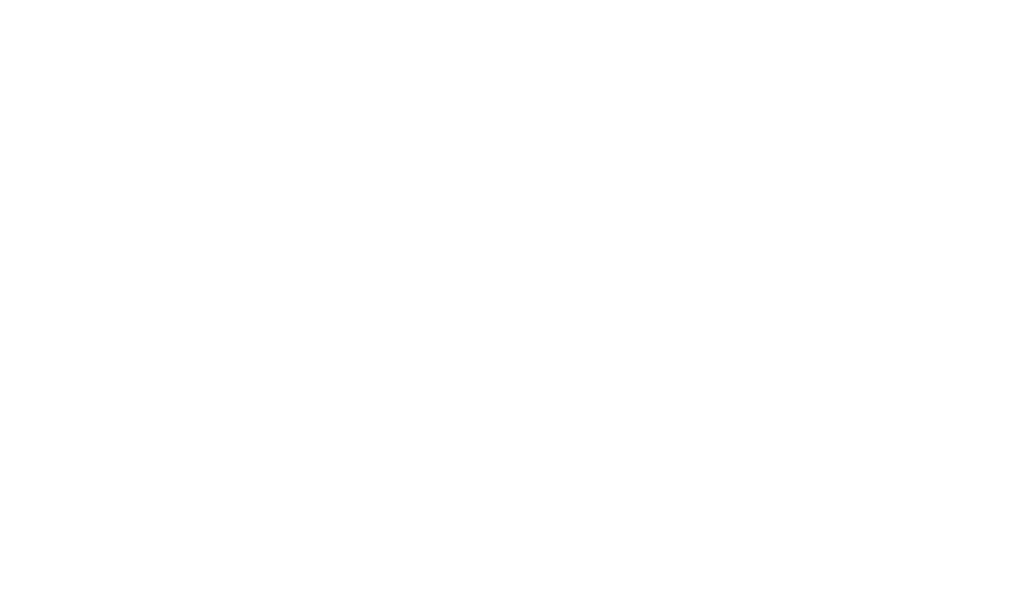
<source format=kicad_pcb>
(kicad_pcb (version 20211014) (generator pcbnew)

  (general
    (thickness 1.6)
  )

  (paper "A3")
  (title_block
    (title "ESP32_ADC")
    (date "15 nov 2012")
    (rev "01_1")
    (company "DF Electronics")
    (comment 1 "dariofresu.com")
    (comment 3 "info@dariofresu.com")
    (comment 4 "Dario Fresu")
  )

  (layers
    (0 "F.Cu" signal)
    (31 "B.Cu" signal)
    (32 "B.Adhes" user "B.Adhesive")
    (33 "F.Adhes" user "F.Adhesive")
    (34 "B.Paste" user)
    (35 "F.Paste" user)
    (36 "B.SilkS" user "B.Silkscreen")
    (37 "F.SilkS" user "F.Silkscreen")
    (38 "B.Mask" user)
    (39 "F.Mask" user)
    (40 "Dwgs.User" user "User.Drawings")
    (41 "Cmts.User" user "User.Comments")
    (42 "Eco1.User" user "User.Eco1")
    (43 "Eco2.User" user "User.Eco2")
    (44 "Edge.Cuts" user)
    (45 "Margin" user)
    (46 "B.CrtYd" user "B.Courtyard")
    (47 "F.CrtYd" user "F.Courtyard")
    (48 "B.Fab" user)
    (49 "F.Fab" user)
    (50 "User.1" user)
    (51 "User.2" user)
    (52 "User.3" user)
    (53 "User.4" user)
    (54 "User.5" user)
    (55 "User.6" user)
    (56 "User.7" user)
    (57 "User.8" user)
    (58 "User.9" user)
  )

  (setup
    (stackup
      (layer "F.SilkS" (type "Top Silk Screen"))
      (layer "F.Paste" (type "Top Solder Paste"))
      (layer "F.Mask" (type "Top Solder Mask") (color "Green") (thickness 0.01))
      (layer "F.Cu" (type "copper") (thickness 0.035))
      (layer "dielectric 1" (type "core") (thickness 1.51) (material "FR4") (epsilon_r 4.5) (loss_tangent 0.02))
      (layer "B.Cu" (type "copper") (thickness 0.035))
      (layer "B.Mask" (type "Bottom Solder Mask") (color "Green") (thickness 0.01))
      (layer "B.Paste" (type "Bottom Solder Paste"))
      (layer "B.SilkS" (type "Bottom Silk Screen"))
      (copper_finish "None")
      (dielectric_constraints no)
    )
    (pad_to_mask_clearance 0)
    (aux_axis_origin 28.88 254.94)
    (grid_origin 28.88 254.94)
    (pcbplotparams
      (layerselection 0x0000030_80000001)
      (disableapertmacros false)
      (usegerberextensions true)
      (usegerberattributes false)
      (usegerberadvancedattributes false)
      (creategerberjobfile false)
      (svguseinch false)
      (svgprecision 6)
      (excludeedgelayer true)
      (plotframeref false)
      (viasonmask false)
      (mode 1)
      (useauxorigin false)
      (hpglpennumber 1)
      (hpglpenspeed 20)
      (hpglpendiameter 15.000000)
      (dxfpolygonmode true)
      (dxfimperialunits true)
      (dxfusepcbnewfont true)
      (psnegative false)
      (psa4output false)
      (plotreference true)
      (plotvalue true)
      (plotinvisibletext false)
      (sketchpadsonfab false)
      (subtractmaskfromsilk false)
      (outputformat 1)
      (mirror false)
      (drillshape 1)
      (scaleselection 1)
      (outputdirectory "")
    )
  )

  (net 0 "")

  (gr_line (start 420.04 228.32) (end 542.697143 228.32) (layer "Dwgs.User") (width 0.1) (tstamp 07fdcb55-8e09-4eea-aa78-b3a70daac2f5))
  (gr_line (start 420.04 236.45) (end 542.697143 236.45) (layer "Dwgs.User") (width 0.1) (tstamp 0acc964d-e4d4-42e6-b7f0-5e0a281354ca))
  (gr_line (start 420.04 240.515) (end 542.697143 240.515) (layer "Dwgs.User") (width 0.1) (tstamp 12996030-812e-4aad-9c6f-3dcf471a1b13))
  (gr_line (start 420.04 224.255) (end 542.697143 224.255) (layer "Dwgs.User") (width 0.1) (tstamp 2ad5aa60-ea45-475c-9c89-902414fd85a6))
  (gr_line (start 420.04 220.19) (end 542.697143 220.19) (layer "Dwgs.User") (width 0.1) (tstamp 321af141-c72e-4f63-a52a-8286875b5915))
  (gr_line (start 435.354286 211.76) (end 435.354286 252.71) (layer "Dwgs.User") (width 0.1) (tstamp 6271b7c3-27a2-4972-b8fe-916f188b03ee))
  (gr_line (start 420.04 252.71) (end 542.697143 252.71) (layer "Dwgs.User") (width 0.1) (tstamp 6969550a-4466-4596-9c5c-42f264a29828))
  (gr_line (start 420.04 216.125) (end 542.697143 216.125) (layer "Dwgs.User") (width 0.1) (tstamp 6db73f39-f20c-4fb8-9add-087c0b6caee6))
  (gr_line (start 460.525715 211.76) (end 460.525715 252.71) (layer "Dwgs.User") (width 0.1) (tstamp 6ef874f4-2adf-450e-8a27-4984686e6576))
  (gr_line (start 420.04 244.58) (end 542.697143 244.58) (layer "Dwgs.User") (width 0.1) (tstamp 7536ccfb-8a59-4f77-8810-d338f44004a4))
  (gr_line (start 420.04 211.76) (end 542.697143 211.76) (layer "Dwgs.User") (width 0.1) (tstamp 8e174b44-bdb8-4f6b-b5f8-df5af9c95b79))
  (gr_line (start 420.04 248.645) (end 542.697143 248.645) (layer "Dwgs.User") (width 0.1) (tstamp 93304438-73b9-4345-87a1-3803fc504b86))
  (gr_line (start 420.04 232.385) (end 542.697143 232.385) (layer "Dwgs.User") (width 0.1) (tstamp 933a3528-b5af-49f5-b84e-c34385c9675f))
  (gr_line (start 477.125715 211.76) (end 477.125715 252.71) (layer "Dwgs.User") (width 0.1) (tstamp 97412b54-c36e-404a-a28d-9fb19ef9e467))
  (gr_line (start 420.04 211.76) (end 420.04 252.71) (layer "Dwgs.User") (width 0.1) (tstamp afd46402-8bd5-465c-844e-65be386bdd06))
  (gr_line (start 542.697143 211.76) (end 542.697143 252.71) (layer "Dwgs.User") (width 0.1) (tstamp b267d97e-6524-4716-85b9-cdeef0ff7108))
  (gr_line (start 526.04 211.76) (end 526.04 252.71) (layer "Dwgs.User") (width 0.1) (tstamp c015d6f5-bbe7-4d45-ad0b-7b19123af39a))
  (gr_line (start 513.454286 211.76) (end 513.454286 252.71) (layer "Dwgs.User") (width 0.1) (tstamp f35e6071-35cd-41df-a465-1b890dcf594d))
  (gr_line (start 496.854286 211.76) (end 496.854286 252.71) (layer "Dwgs.User") (width 0.1) (tstamp faee1b6b-2749-4dcf-94d9-893a4e95213f))
  (gr_text "Color" (at 497.604286 212.51) (layer "Dwgs.User") (tstamp 030cd401-0676-4fd4-b0a1-d5cbb55a3f97)
    (effects (font (size 1.5 1.5) (thickness 0.3)) (justify left top))
  )
  (gr_text "" (at 461.275715 237.2) (layer "Dwgs.User") (tstamp 07e54f90-b97c-4999-9c43-f86252223537)
    (effects (font (size 1.5 1.5) (thickness 0.1)) (justify left top))
  )
  (gr_text "Not specified" (at 461.275715 225.005) (layer "Dwgs.User") (tstamp 0b67938b-bb05-4d6b-b53c-270b12e07e91)
    (effects (font (size 1.5 1.5) (thickness 0.1)) (justify left top))
  )
  (gr_text "Edge card connectors: " (at 420.79 281.585) (layer "Dwgs.User") (tstamp 0d438dc3-caec-4c57-8e3d-65e4b9ea8091)
    (effects (font (size 1.5 1.5) (thickness 0.2)) (justify left top))
  )
  (gr_text "Min hole diameter: " (at 484.904286 268.94) (layer "Dwgs.User") (tstamp 0f891289-c1d4-42fb-8db1-67bb15000308)
    (effects (font (size 1.5 1.5) (thickness 0.2)) (justify left top))
  )
  (gr_text "F.Mask" (at 420.79 225.005) (layer "Dwgs.User") (tstamp 10e30e35-3de4-4bf5-a414-e74285c3d256)
    (effects (font (size 1.5 1.5) (thickness 0.1)) (justify left top))
  )
  (gr_text "core" (at 436.104286 233.135) (layer "Dwgs.User") (tstamp 166eb882-6760-453e-8473-eaf9478f1b3f)
    (effects (font (size 1.5 1.5) (thickness 0.1)) (justify left top))
  )
  (gr_text "" (at 497.604286 229.07) (layer "Dwgs.User") (tstamp 19c3d019-d17c-40ef-a70c-511de84920a9)
    (effects (font (size 1.5 1.5) (thickness 0.1)) (justify left top))
  )
  (gr_text "Material" (at 461.275715 212.51) (layer "Dwgs.User") (tstamp 1a3d860d-376e-4660-8b98-073944602efb)
    (effects (font (size 1.5 1.5) (thickness 0.3)) (justify left top))
  )
  (gr_text "2.0000 mm x 2.0000 mm" (at 453.347143 264.725) (layer "Dwgs.User") (tstamp 1c1033e0-003e-4d7a-bc55-ebfb66369499)
    (effects (font (size 1.5 1.5) (thickness 0.2)) (justify left top))
  )
  (gr_text "Not specified" (at 497.604286 249.395) (layer "Dwgs.User") (tstamp 1c6c789e-d961-48bd-9c63-a4080d4f86f8)
    (effects (font (size 1.5 1.5) (thickness 0.1)) (justify left top))
  )
  (gr_text "Layer Name" (at 420.79 212.51) (layer "Dwgs.User") (tstamp 21f9069e-497f-48e9-a4de-59de87e35c79)
    (effects (font (size 1.5 1.5) (thickness 0.3)) (justify left top))
  )
  (gr_text "copper" (at 436.104286 237.2) (layer "Dwgs.User") (tstamp 232d94d3-c281-4f95-bbc2-e07ce192884d)
    (effects (font (size 1.5 1.5) (thickness 0.1)) (justify left top))
  )
  (gr_text "No" (at 509.747143 277.37) (layer "Dwgs.User") (tstamp 2791c2a8-358a-4fdf-a0ed-820eb6b8d19c)
    (effects (font (size 1.5 1.5) (thickness 0.2)) (justify left top))
  )
  (gr_text "0.02" (at 526.79 233.135) (layer "Dwgs.User") (tstamp 28e34262-6a22-486d-b3c9-9a40786ffe4b)
    (effects (font (size 1.5 1.5) (thickness 0.1)) (justify left top))
  )
  (gr_text "B.Silkscreen" (at 420.79 249.395) (layer "Dwgs.User") (tstamp 291410db-2211-42cd-a097-5714883a28e6)
    (effects (font (size 1.5 1.5) (thickness 0.1)) (justify left top))
  )
  (gr_text "Copper Layer Count: " (at 420.79 260.51) (layer "Dwgs.User") (tstamp 2e0de1a3-acd7-48a5-b18a-a89d9f74854a)
    (effects (font (size 1.5 1.5) (thickness 0.2)) (justify left top))
  )
  (gr_text "1" (at 514.204286 245.33) (layer "Dwgs.User") (tstamp 2eef8ea2-3280-4133-bc26-dbcc2b834277)
    (effects (font (size 1.5 1.5) (thickness 0.1)) (justify left top))
  )
  (gr_text "Not specified" (at 461.275715 249.395) (layer "Dwgs.User") (tstamp 2f83fbee-009c-4ca0-9c58-213452d7ef39)
    (effects (font (size 1.5 1.5) (thickness 0.1)) (justify left top))
  )
  (gr_text "4.5" (at 514.204286 233.135) (layer "Dwgs.User") (tstamp 30d9abc6-2cae-43e3-83fe-fe6a44acf1d4)
    (effects (font (size 1.5 1.5) (thickness 0.1)) (justify left top))
  )
  (gr_text "0.01 mm" (at 477.875715 241.265) (layer "Dwgs.User") (tstamp 31cb214e-6868-42bb-9a0e-9ead7c5b3393)
    (effects (font (size 1.5 1.5) (thickness 0.1)) (justify left top))
  )
  (gr_text "0" (at 526.79 225.005) (layer "Dwgs.User") (tstamp 394fd430-cd51-4467-9a74-3036237b997b)
    (effects (font (size 1.5 1.5) (thickness 0.1)) (justify left top))
  )
  (gr_text "B.Cu" (at 420.79 237.2) (layer "Dwgs.User") (tstamp 3bfc4603-c735-4b88-b3f0-8caf06947e66)
    (effects (font (size 1.5 1.5) (thickness 0.1)) (justify left top))
  )
  (gr_text "0" (at 526.79 241.265) (layer "Dwgs.User") (tstamp 3e36830b-eed8-4cb3-9e6e-9b1d96ad4640)
    (effects (font (size 1.5 1.5) (thickness 0.1)) (justify left top))
  )
  (gr_text "F.Silkscreen" (at 420.79 216.875) (layer "Dwgs.User") (tstamp 421299af-d84c-4f15-b48d-f23396a842c5)
    (effects (font (size 1.5 1.5) (thickness 0.1)) (justify left top))
  )
  (gr_text "0" (at 526.79 229.07) (layer "Dwgs.User") (tstamp 47669642-6f71-426f-85c4-3da4d1643c00)
    (effects (font (size 1.5 1.5) (thickness 0.1)) (justify left top))
  )
  (gr_text "copper" (at 436.104286 229.07) (layer "Dwgs.User") (tstamp 49516243-9baf-4795-be32-1cbace1d0ccd)
    (effects (font (size 1.5 1.5) (thickness 0.1)) (justify left top))
  )
  (gr_text "Top Solder Mask" (at 436.104286 225.005) (layer "Dwgs.User") (tstamp 49b60c89-46b1-431f-9e64-db600453ff7d)
    (effects (font (size 1.5 1.5) (thickness 0.1)) (justify left top))
  )
  (gr_text "BOARD CHARACTERISTICS" (at 420.04 254.94) (layer "Dwgs.User") (tstamp 4d5e48ba-4d3c-46ce-acab-4c1d3e0506c5)
    (effects (font (size 2 2) (thickness 0.4)) (justify left top))
  )
  (gr_text "None" (at 453.347143 273.155) (layer "Dwgs.User") (tstamp 4dbfffef-09b2-43e2-b019-292468da5be0)
    (effects (font (size 1.5 1.5) (thickness 0.2)) (justify left top))
  )
  (gr_text "" (at 497.604286 245.33) (layer "Dwgs.User") (tstamp 50ca729b-8441-4df2-99ee-1e4566d1c4d0)
    (effects (font (size 1.5 1.5) (thickness 0.1)) (justify left top))
  )
  (gr_text "1" (at 514.204286 229.07) (layer "Dwgs.User") (tstamp 524d974e-a0a2-4510-8376-a205e9fb9b61)
    (effects (font (size 1.5 1.5) (thickness 0.1)) (justify left top))
  )
  (gr_text "3.3" (at 514.204286 225.005) (layer "Dwgs.User") (tstamp 53359ff2-9a49-4b28-8236-875e4ea857dc)
    (effects (font (size 1.5 1.5) (thickness 0.1)) (justify left top))
  )
  (gr_text "Bottom Silk Screen" (at 436.104286 249.395) (layer "Dwgs.User") (tstamp 536839b5-e9f2-4f76-b641-60f0639a658e)
    (effects (font (size 1.5 1.5) (thickness 0.1)) (justify left top))
  )
  (gr_text "1" (at 514.204286 249.395) (layer "Dwgs.User") (tstamp 5528b5d4-f618-4b41-855a-def6b52e0228)
    (effects (font (size 1.5 1.5) (thickness 0.1)) (justify left top))
  )
  (gr_text "No" (at 509.747143 273.155) (layer "Dwgs.User") (tstamp 56d000e7-bad6-45f9-9d20-be085f9f5755)
    (effects (font (size 1.5 1.5) (thickness 0.2)) (justify left top))
  )
  (gr_text "Min track/spacing: " (at 420.79 268.94) (layer "Dwgs.User") (tstamp 5966cf98-a10e-43d5-a094-72f095713386)
    (effects (font (size 1.5 1.5) (thickness 0.2)) (justify left top))
  )
  (gr_text "Thickness (mm)" (at 477.875715 212.51) (layer "Dwgs.User") (tstamp 59c4cc48-37f5-409d-b2dd-619b94193dfe)
    (effects (font (size 1.5 1.5) (thickness 0.3)) (justify left top))
  )
  (gr_text "Not specified" (at 461.275715 216.875) (layer "Dwgs.User") (tstamp 5b26bcd9-606e-430d-a4bb-4f23f18eda5a)
    (effects (font (size 1.5 1.5) (thickness 0.1)) (justify left top))
  )
  (gr_text "" (at 461.275715 220.94) (layer "Dwgs.User") (tstamp 5ca6ab3b-810d-4dd8-bce1-ec8a09f7c87f)
    (effects (font (size 1.5 1.5) (thickness 0.1)) (justify left top))
  )
  (gr_text "0.3000 mm" (at 509.747143 268.94) (layer "Dwgs.User") (tstamp 60d1e9ac-8a75-491c-936d-9aeaa54b735d)
    (effects (font (size 1.5 1.5) (thickness 0.2)) (justify left top))
  )
  (gr_text "" (at 461.275715 245.33) (layer "Dwgs.User") (tstamp 6655c0be-aec6-430e-8fd9-38262f08cca5)
    (effects (font (size 1.5 1.5) (thickness 0.1)) (justify left top))
  )
  (gr_text "1" (at 514.204286 237.2) (layer "Dwgs.User") (tstamp 68fc4773-ac31-4d2e-b126-79357fe55f99)
    (effects (font (size 1.5 1.5) (thickness 0.1)) (justify left top))
  )
  (gr_text "Type" (at 436.104286 212.51) (layer "Dwgs.User") (tstamp 705192ab-ec8c-4f8e-92bb-83d25ec96ef9)
    (effects (font (size 1.5 1.5) (thickness 0.3)) (justify left top))
  )
  (gr_text "B.Paste" (at 420.79 245.33) (layer "Dwgs.User") (tstamp 7230342a-3e14-4941-ab7c-9f9776a1d21f)
    (effects (font (size 1.5 1.5) (thickness 0.1)) (justify left top))
  )
  (gr_text "Board overall dimensions: " (at 420.79 264.725) (layer "Dwgs.User") (tstamp 739e7411-683a-4271-bf90-5b893487b7f8)
    (effects (font (size 1.5 1.5) (thickness 0.2)) (justify left top))
  )
  (gr_text "1" (at 514.204286 220.94) (layer "Dwgs.User") (tstamp 740f7f83-7b43-487d-b0a9-1a9005558589)
    (effects (font (size 1.5 1.5) (thickness 0.1)) (justify left top))
  )
  (gr_text "0" (at 526.79 249.395) (layer "Dwgs.User") (tstamp 75484362-c774-40b2-93a8-109491d22cd0)
    (effects (font (size 1.5 1.5) (thickness 0.1)) (justify left top))
  )
  (gr_text "Plated Board Edge: " (at 484.904286 277.37) (layer "Dwgs.User") (tstamp 754e60ed-2ec9-424d-a758-2c28b548b26b)
    (effects (font (size 1.5 1.5) (thickness 0.2)) (justify left top))
  )
  (gr_text "F.Cu" (at 420.79 229.07) (layer "Dwgs.User") (tstamp 75f3119b-4bde-40b9-9732-69ba40b54d1b)
    (effects (font (size 1.5 1.5) (thickness 0.1)) (justify left top))
  )
  (gr_text "B.Mask" (at 420.79 241.265) (layer "Dwgs.User") (tstamp 7736bc2e-2bf3-4ef1-9f3f-23451373acef)
    (effects (font (size 1.5 1.5) (thickness 0.1)) (justify left top))
  )
  (gr_text "" (at 484.904286 264.725) (layer "Dwgs.User") (tstamp 7e2dd734-6932-4cd0-a4eb-ba25f50bd0df)
    (effects (font (size 1.5 1.5) (thickness 0.2)) (justify left top))
  )
  (gr_text "1.51 mm" (at 477.875715 233.135) (layer "Dwgs.User") (tstamp 80f619a9-cae3-4dcf-b08f-8d517f2551b6)
    (effects (font (size 1.5 1.5) (thickness 0.1)) (justify left top))
  )
  (gr_text "0.01 mm" (at 477.875715 225.005) (layer "Dwgs.User") (tstamp 82e6681b-b5c5-4d7a-b5d9-a12bdcddd27f)
    (effects (font (size 1.5 1.5) (thickness 0.1)) (justify left top))
  )
  (gr_text "Green" (at 497.604286 241.265) (layer "Dwgs.User") (tstamp 9178a73b-580f-4962-8a24-70d837c53d9a)
    (effects (font (size 1.5 1.5) (thickness 0.1)) (justify left top))
  )
  (gr_text "Not specified" (at 497.604286 216.875) (layer "Dwgs.User") (tstamp 91925def-eec3-4cf5-afd8-87af004eabbf)
    (effects (font (size 1.5 1.5) (thickness 0.1)) (justify left top))
  )
  (gr_text "" (at 509.747143 264.725) (layer "Dwgs.User") (tstamp 93276a4f-05a8-46c8-955e-3fadfef847b4)
    (effects (font (size 1.5 1.5) (thickness 0.2)) (justify left top))
  )
  (gr_text "No" (at 453.347143 281.585) (layer "Dwgs.User") (tstamp 9904759d-5dde-4c2e-8efb-888c67e62b6d)
    (effects (font (size 1.5 1.5) (thickness 0.2)) (justify left top))
  )
  (gr_text "Loss Tangent" (at 526.79 212.51) (layer "Dwgs.User") (tstamp 99af0416-38b2-450d-9b60-bf6612301d7f)
    (effects (font (size 1.5 1.5) (thickness 0.3)) (justify left top))
  )
  (gr_text "0.035 mm" (at 477.875715 229.07) (layer "Dwgs.User") (tstamp 9e15eb63-9ba5-44dc-b69c-fe6c154bcb27)
    (effects (font (size 1.5 1.5) (thickness 0.1)) (justify left top))
  )
  (gr_text "0 mm" (at 477.875715 249.395) (layer "Dwgs.User") (tstamp a0c5f557-08ae-4767-9895-2888fe3712e0)
    (effects (font (size 1.5 1.5) (thickness 0.1)) (justify left top))
  )
  (gr_text "0 mm" (at 477.875715 245.33) (layer "Dwgs.User") (tstamp a34c194d-b89a-4de0-a516-62d0eb7eb823)
    (effects (font (size 1.5 1.5) (thickness 0.1)) (justify left top))
  )
  (gr_text "" (at 497.604286 220.94) (layer "Dwgs.User") (tstamp a49ce259-4f0f-44eb-bb49-92e5aeae101f)
    (effects (font (size 1.5 1.5) (thickness 0.1)) (justify left top))
  )
  (gr_text "1.6000 mm" (at 509.747143 260.51) (layer "Dwgs.User") (tstamp a7421868-1fac-4913-b2a6-d1fbb4805f2a)
    (effects (font (size 1.5 1.5) (thickness 0.2)) (justify left top))
  )
  (gr_text "Copper Finish: " (at 420.79 273.155) (layer "Dwgs.User") (tstamp a8883544-3317-4f13-b975-520263a20ed7)
    (effects (font (size 1.5 1.5) (thickness 0.2)) (justify left top))
  )
  (gr_text "Castellated pads: " (at 420.79 277.37) (layer "Dwgs.User") (tstamp a9756229-94b7-4e76-b6cc-3c4598a043e1)
    (effects (font (size 1.5 1.5) (thickness 0.2)) (justify left top))
  )
  (gr_text "1" (at 514.204286 216.875) (layer "Dwgs.User") (tstamp ae93ab2d-7c8a-4d62-8eaa-0787743bdb00)
    (effects (font (size 1.5 1.5) (thickness 0.1)) (justify left top))
  )
  (gr_text "0 mm" (at 477.875715 216.875) (layer "Dwgs.User") (tstamp b08ddfe8-503a-4c6f-bce2-d040b4071299)
    (effects (font (size 1.5 1.5) (thickness 0.1)) (justify left top))
  )
  (gr_text "F.Paste" (at 420.79 220.94) (layer "Dwgs.User") (tstamp b0e39e7c-a1c5-4f9d-9a91-7121c00c5e76)
    (effects (font (size 1.5 1.5) (thickness 0.1)) (justify left top))
  )
  (gr_text "Top Solder Paste" (at 436.104286 220.94) (layer "Dwgs.User") (tstamp ba3d67f3-7e99-4eed-8ae8-6b08424662f3)
    (effects (font (size 1.5 1.5) (thickness 0.1)) (justify left top))
  )
  (gr_text "" (at 461.275715 229.07) (layer "Dwgs.User") (tstamp ba4c44cc-bd9c-4163-bf8f-e01887c72e9b)
    (effects (font (size 1.5 1.5) (thickness 0.1)) (justify left top))
  )
  (gr_text "Not specified" (at 461.275715 241.265) (layer "Dwgs.User") (tstamp c0e8e843-efc7-47a4-a22d-0a87e437fa0c)
    (effects (font (size 1.5 1.5) (thickness 0.1)) (justify left top))
  )
  (gr_text "0.035 mm" (at 477.875715 237.2) (layer "Dwgs.User") (tstamp d045652c-93f9-4f8d-8783-f52f50993fea)
    (effects (font (size 1.5 1.5) (thickness 0.1)) (justify left top))
  )
  (gr_text "0" (at 526.79 245.33) (layer "Dwgs.User") (tstamp d690dd3f-6f83-4ccd-a99f-88b68e929193)
    (effects (font (size 1.5 1.5) (thickness 0.1)) (justify left top))
  )
  (gr_text "Impedance Control: " (at 484.904286 273.155) (layer "Dwgs.User") (tstamp d6b61fb7-797b-4be9-973f-8cd5e79c1f17)
    (effects (font (size 1.5 1.5) (thickness 0.2)) (justify left top))
  )
  (gr_text "No" (at 453.347143 277.37) (layer "Dwgs.User") (tstamp da045f2a-e47f-44bf-bfd5-5226447dc604)
    (effects (font (size 1.5 1.5) (thickness 0.2)) (justify left top))
  )
  (gr_text "Board Thickness: " (at 484.904286 260.51) (layer "Dwgs.User") (tstamp db94fe8c-60af-4470-a711-58c1d431df54)
    (effects (font (size 1.5 1.5) (thickness 0.2)) (justify left top))
  )
  (gr_text "FR4" (at 461.275715 233.135) (layer "Dwgs.User") (tstamp dcf1d2e6-f83b-4c8f-b165-11c5178ebe52)
    (effects (font (size 1.5 1.5) (thickness 0.1)) (justify left top))
  )
  (gr_text "Dielectric" (at 420.79 233.135) (layer "Dwgs.User") (tstamp de99b546-d2c3-4dde-8b43-fe20b85d463a)
    (effects (font (size 1.5 1.5) (thickness 0.1)) (justify left top))
  )
  (gr_text "0" (at 526.79 237.2) (layer "Dwgs.User") (tstamp df50bc39-a10c-41ea-a6ef-022af44f8873)
    (effects (font (size 1.5 1.5) (thickness 0.1)) (justify left top))
  )
  (gr_text "Green" (at 497.604286 225.005) (layer "Dwgs.User") (tstamp e06a58b2-76de-4535-9ed3-1f85d88f2424)
    (effects (font (size 1.5 1.5) (thickness 0.1)) (justify left top))
  )
  (gr_text "Top Silk Screen" (at 436.104286 216.875) (layer "Dwgs.User") (tstamp e2895402-3c13-4365-b47a-eb69b3b48ba1)
    (effects (font (size 1.5 1.5) (thickness 0.1)) (justify left top))
  )
  (gr_text "0 mm" (at 477.875715 220.94) (layer "Dwgs.User") (tstamp e5040eb2-986f-4041-942a-905baca65097)
    (effects (font (size 1.5 1.5) (thickness 0.1)) (justify left top))
  )
  (gr_text "Bottom Solder Paste" (at 436.104286 245.33) (layer "Dwgs.User") (tstamp e6f43c1d-0200-46e6-a25e-eefd720cf83d)
    (effects (font (size 1.5 1.5) (thickness 0.1)) (justify left top))
  )
  (gr_text "Bottom Solder Mask" (at 436.104286 241.265) (layer "Dwgs.User") (tstamp e8fd2c32-4b3c-46f0-80f7-4427c788dc03)
    (effects (font (size 1.5 1.5) (thickness 0.1)) (justify left top))
  )
  (gr_text "2" (at 453.347143 260.51) (layer "Dwgs.User") (tstamp ea35e2ae-f35a-40f4-b61d-0478e1d5a721)
    (effects (font (size 1.5 1.5) (thickness 0.2)) (justify left top))
  )
  (gr_text "0" (at 526.79 220.94) (layer "Dwgs.User") (tstamp ebdf66d8-f10a-4da0-a6d2-21c3f4a77620)
    (effects (font (size 1.5 1.5) (thickness 0.1)) (justify left top))
  )
  (gr_text "0.2000 mm / 0.0000 mm" (at 453.347143 268.94) (layer "Dwgs.User") (tstamp efe84e99-271c-4bd9-ac84-61c1c76ec2db)
    (effects (font (size 1.5 1.5) (thickness 0.2)) (justify left top))
  )
  (gr_text "3.3" (at 514.204286 241.265) (layer "Dwgs.User") (tstamp f013d60a-2f92-43f1-a4ef-9ab1bb798aa4)
    (effects (font (size 1.5 1.5) (thickness 0.1)) (justify left top))
  )
  (gr_text "" (at 497.604286 233.135) (layer "Dwgs.User") (tstamp f47dc12b-5219-425b-a7d7-b4c58bc36427)
    (effects (font (size 1.5 1.5) (thickness 0.1)) (justify left top))
  )
  (gr_text "0" (at 526.79 216.875) (layer "Dwgs.User") (tstamp faee0cfa-5aab-4507-899c-f0d63a68f7d0)
    (effects (font (size 1.5 1.5) (thickness 0.1)) (justify left top))
  )
  (gr_text "Epsilon R" (at 514.204286 212.51) (layer "Dwgs.User") (tstamp fd6c49af-1b29-46e5-a629-4ba40d0dab4c)
    (effects (font (size 1.5 1.5) (thickness 0.3)) (justify left top))
  )
  (gr_text "" (at 497.604286 237.2) (layer "Dwgs.User") (tstamp ffef2ad7-0490-4eb0-95bc-be2a526c5699)
    (effects (font (size 1.5 1.5) (thickness 0.1)) (justify left top))
  )

  (group "group-boardStackUp" (id 89876481-1107-42bf-a125-66f4b9645132)
    (members
      030cd401-0676-4fd4-b0a1-d5cbb55a3f97
      07e54f90-b97c-4999-9c43-f86252223537
      07fdcb55-8e09-4eea-aa78-b3a70daac2f5
      0acc964d-e4d4-42e6-b7f0-5e0a281354ca
      0b67938b-bb05-4d6b-b53c-270b12e07e91
      10e30e35-3de4-4bf5-a414-e74285c3d256
      12996030-812e-4aad-9c6f-3dcf471a1b13
      166eb882-6760-453e-8473-eaf9478f1b3f
      19c3d019-d17c-40ef-a70c-511de84920a9
      1a3d860d-376e-4660-8b98-073944602efb
      1c6c789e-d961-48bd-9c63-a4080d4f86f8
      21f9069e-497f-48e9-a4de-59de87e35c79
      232d94d3-c281-4f95-bbc2-e07ce192884d
      28e34262-6a22-486d-b3c9-9a40786ffe4b
      291410db-2211-42cd-a097-5714883a28e6
      2ad5aa60-ea45-475c-9c89-902414fd85a6
      2eef8ea2-3280-4133-bc26-dbcc2b834277
      2f83fbee-009c-4ca0-9c58-213452d7ef39
      30d9abc6-2cae-43e3-83fe-fe6a44acf1d4
      31cb214e-6868-42bb-9a0e-9ead7c5b3393
      321af141-c72e-4f63-a52a-8286875b5915
      394fd430-cd51-4467-9a74-3036237b997b
      3bfc4603-c735-4b88-b3f0-8caf06947e66
      3e36830b-eed8-4cb3-9e6e-9b1d96ad4640
      421299af-d84c-4f15-b48d-f23396a842c5
      47669642-6f71-426f-85c4-3da4d1643c00
      49516243-9baf-4795-be32-1cbace1d0ccd
      49b60c89-46b1-431f-9e64-db600453ff7d
      50ca729b-8441-4df2-99ee-1e4566d1c4d0
      524d974e-a0a2-4510-8376-a205e9fb9b61
      53359ff2-9a49-4b28-8236-875e4ea857dc
      536839b5-e9f2-4f76-b641-60f0639a658e
      5528b5d4-f618-4b41-855a-def6b52e0228
      59c4cc48-37f5-409d-b2dd-619b94193dfe
      5b26bcd9-606e-430d-a4bb-4f23f18eda5a
      5ca6ab3b-810d-4dd8-bce1-ec8a09f7c87f
      6271b7c3-27a2-4972-b8fe-916f188b03ee
      6655c0be-aec6-430e-8fd9-38262f08cca5
      68fc4773-ac31-4d2e-b126-79357fe55f99
      6969550a-4466-4596-9c5c-42f264a29828
      6db73f39-f20c-4fb8-9add-087c0b6caee6
      6ef874f4-2adf-450e-8a27-4984686e6576
      705192ab-ec8c-4f8e-92bb-83d25ec96ef9
      7230342a-3e14-4941-ab7c-9f9776a1d21f
      740f7f83-7b43-487d-b0a9-1a9005558589
      7536ccfb-8a59-4f77-8810-d338f44004a4
      75484362-c774-40b2-93a8-109491d22cd0
      75f3119b-4bde-40b9-9732-69ba40b54d1b
      7736bc2e-2bf3-4ef1-9f3f-23451373acef
      80f619a9-cae3-4dcf-b08f-8d517f2551b6
      82e6681b-b5c5-4d7a-b5d9-a12bdcddd27f
      8e174b44-bdb8-4f6b-b5f8-df5af9c95b79
      9178a73b-580f-4962-8a24-70d837c53d9a
      91925def-eec3-4cf5-afd8-87af004eabbf
      93304438-73b9-4345-87a1-3803fc504b86
      933a3528-b5af-49f5-b84e-c34385c9675f
      97412b54-c36e-404a-a28d-9fb19ef9e467
      99af0416-38b2-450d-9b60-bf6612301d7f
      9e15eb63-9ba5-44dc-b69c-fe6c154bcb27
      a0c5f557-08ae-4767-9895-2888fe3712e0
      a34c194d-b89a-4de0-a516-62d0eb7eb823
      a49ce259-4f0f-44eb-bb49-92e5aeae101f
      ae93ab2d-7c8a-4d62-8eaa-0787743bdb00
      afd46402-8bd5-465c-844e-65be386bdd06
      b08ddfe8-503a-4c6f-bce2-d040b4071299
      b0e39e7c-a1c5-4f9d-9a91-7121c00c5e76
      b267d97e-6524-4716-85b9-cdeef0ff7108
      ba3d67f3-7e99-4eed-8ae8-6b08424662f3
      ba4c44cc-bd9c-4163-bf8f-e01887c72e9b
      c015d6f5-bbe7-4d45-ad0b-7b19123af39a
      c0e8e843-efc7-47a4-a22d-0a87e437fa0c
      d045652c-93f9-4f8d-8783-f52f50993fea
      d690dd3f-6f83-4ccd-a99f-88b68e929193
      dcf1d2e6-f83b-4c8f-b165-11c5178ebe52
      de99b546-d2c3-4dde-8b43-fe20b85d463a
      df50bc39-a10c-41ea-a6ef-022af44f8873
      e06a58b2-76de-4535-9ed3-1f85d88f2424
      e2895402-3c13-4365-b47a-eb69b3b48ba1
      e5040eb2-986f-4041-942a-905baca65097
      e6f43c1d-0200-46e6-a25e-eefd720cf83d
      e8fd2c32-4b3c-46f0-80f7-4427c788dc03
      ebdf66d8-f10a-4da0-a6d2-21c3f4a77620
      f013d60a-2f92-43f1-a4ef-9ab1bb798aa4
      f35e6071-35cd-41df-a465-1b890dcf594d
      f47dc12b-5219-425b-a7d7-b4c58bc36427
      faee0cfa-5aab-4507-899c-f0d63a68f7d0
      faee1b6b-2749-4dcf-94d9-893a4e95213f
      fd6c49af-1b29-46e5-a629-4ba40d0dab4c
      ffef2ad7-0490-4eb0-95bc-be2a526c5699
    )
  )
  (group "group-boardCharacteristics" (id d4b2e65a-e37e-40e3-9683-a9cdaa2f9e4b)
    (members
      0d438dc3-caec-4c57-8e3d-65e4b9ea8091
      0f891289-c1d4-42fb-8db1-67bb15000308
      1c1033e0-003e-4d7a-bc55-ebfb66369499
      2791c2a8-358a-4fdf-a0ed-820eb6b8d19c
      2e0de1a3-acd7-48a5-b18a-a89d9f74854a
      4d5e48ba-4d3c-46ce-acab-4c1d3e0506c5
      4dbfffef-09b2-43e2-b019-292468da5be0
      56d000e7-bad6-45f9-9d20-be085f9f5755
      5966cf98-a10e-43d5-a094-72f095713386
      60d1e9ac-8a75-491c-936d-9aeaa54b735d
      739e7411-683a-4271-bf90-5b893487b7f8
      754e60ed-2ec9-424d-a758-2c28b548b26b
      7e2dd734-6932-4cd0-a4eb-ba25f50bd0df
      93276a4f-05a8-46c8-955e-3fadfef847b4
      9904759d-5dde-4c2e-8efb-888c67e62b6d
      a7421868-1fac-4913-b2a6-d1fbb4805f2a
      a8883544-3317-4f13-b975-520263a20ed7
      a9756229-94b7-4e76-b6cc-3c4598a043e1
      d6b61fb7-797b-4be9-973f-8cd5e79c1f17
      da045f2a-e47f-44bf-bfd5-5226447dc604
      db94fe8c-60af-4470-a711-58c1d431df54
      ea35e2ae-f35a-40f4-b61d-0478e1d5a721
      efe84e99-271c-4bd9-ac84-61c1c76ec2db
    )
  )
)

</source>
